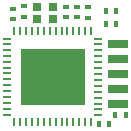
<source format=gbp>
%TF.GenerationSoftware,KiCad,Pcbnew,4.0.7+dfsg1-1*%
%TF.CreationDate,2017-09-29T19:36:36+02:00*%
%TF.ProjectId,fx2grok-tiny,66783267726F6B2D74696E792E6B6963,1*%
%TF.FileFunction,Paste,Bot*%
%FSLAX46Y46*%
G04 Gerber Fmt 4.6, Leading zero omitted, Abs format (unit mm)*
G04 Created by KiCad (PCBNEW 4.0.7+dfsg1-1) date Fri Sep 29 19:36:36 2017*
%MOMM*%
%LPD*%
G01*
G04 APERTURE LIST*
%ADD10C,0.150000*%
%ADD11R,0.599440X0.398780*%
%ADD12R,0.398780X0.599440*%
%ADD13R,0.749300X0.650240*%
%ADD14R,5.499100X4.800600*%
%ADD15R,0.690880X0.279400*%
%ADD16R,0.279400X0.690880*%
%ADD17R,1.800300X0.759460*%
G04 APERTURE END LIST*
D10*
D11*
X75071160Y-38269620D03*
X75071160Y-39168780D03*
D12*
X76890740Y-48209200D03*
X75991580Y-48209200D03*
D11*
X68731160Y-39308780D03*
X68731160Y-38409620D03*
D12*
X77371580Y-47449200D03*
X78270740Y-47449200D03*
D11*
X73181160Y-39138780D03*
X73181160Y-38239620D03*
X69661160Y-38189620D03*
X69661160Y-39088780D03*
X74151160Y-38239620D03*
X74151160Y-39138780D03*
D12*
X76581580Y-39699200D03*
X77480740Y-39699200D03*
X76591580Y-38579200D03*
X77490740Y-38579200D03*
D13*
X72101400Y-39269580D03*
X70803460Y-39269580D03*
X70803460Y-38268820D03*
X72101400Y-38268820D03*
D14*
X72097320Y-44201900D03*
D15*
X75942880Y-40948160D03*
X75942880Y-41448540D03*
X75942880Y-41948920D03*
X75942880Y-42449300D03*
X75942880Y-42947140D03*
X75942880Y-43447520D03*
X75942880Y-43947900D03*
X75942880Y-44448280D03*
X75942880Y-44948660D03*
X75942880Y-45449040D03*
X75942880Y-45949420D03*
X75942880Y-46449800D03*
X75942880Y-46947640D03*
X75942880Y-47448020D03*
D16*
X75343440Y-40348720D03*
X74843060Y-40348720D03*
X74342680Y-40348720D03*
X73842300Y-40348720D03*
X73341920Y-40348720D03*
X72841540Y-40348720D03*
X72341160Y-40348720D03*
X71843320Y-40348720D03*
X71342940Y-40348720D03*
X70842560Y-40348720D03*
X70342180Y-40348720D03*
X69841800Y-40348720D03*
X69341420Y-40348720D03*
X68843580Y-40348720D03*
D15*
X68241600Y-40948160D03*
X68241600Y-41400280D03*
X68241600Y-41898120D03*
X68241600Y-42398500D03*
X68241600Y-42898880D03*
X68241600Y-43399260D03*
X68241600Y-43899640D03*
X68241600Y-44400020D03*
X68241600Y-44900400D03*
X68241600Y-45398240D03*
X68241600Y-45898620D03*
X68241600Y-46399000D03*
X68241600Y-46899380D03*
X68241600Y-47399760D03*
D16*
X68841040Y-47999200D03*
X69341420Y-47999200D03*
X69841800Y-47999200D03*
X70342180Y-47999200D03*
X70842560Y-47999200D03*
X71342940Y-47999200D03*
X71843320Y-47999200D03*
X72341160Y-47999200D03*
X72841540Y-47999200D03*
X73341920Y-47999200D03*
X73842300Y-47999200D03*
X74342680Y-47999200D03*
X74843060Y-47999200D03*
X75343440Y-47999200D03*
D17*
X77581160Y-41384120D03*
X77581160Y-42659200D03*
X77581160Y-43934280D03*
X77581160Y-45209360D03*
X77581160Y-46484440D03*
M02*

</source>
